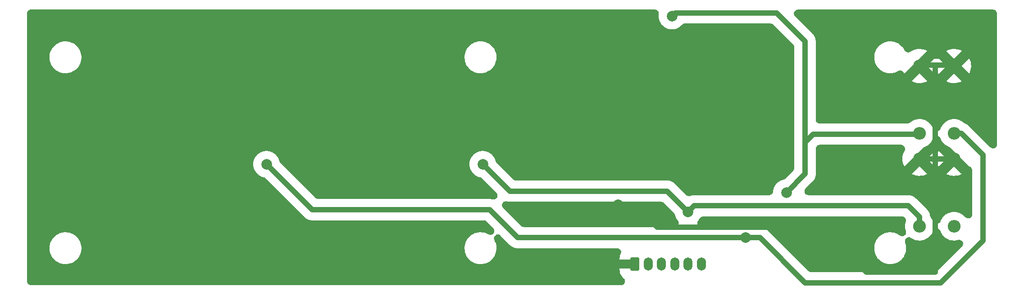
<source format=gbr>
%TF.GenerationSoftware,KiCad,Pcbnew,(6.0.7)*%
%TF.CreationDate,2022-09-07T14:12:01+02:00*%
%TF.ProjectId,Lunchbox_Sampler_FSR_PCB,4c756e63-6862-46f7-985f-53616d706c65,rev?*%
%TF.SameCoordinates,Original*%
%TF.FileFunction,Copper,L2,Bot*%
%TF.FilePolarity,Positive*%
%FSLAX46Y46*%
G04 Gerber Fmt 4.6, Leading zero omitted, Abs format (unit mm)*
G04 Created by KiCad (PCBNEW (6.0.7)) date 2022-09-07 14:12:01*
%MOMM*%
%LPD*%
G01*
G04 APERTURE LIST*
G04 Aperture macros list*
%AMRoundRect*
0 Rectangle with rounded corners*
0 $1 Rounding radius*
0 $2 $3 $4 $5 $6 $7 $8 $9 X,Y pos of 4 corners*
0 Add a 4 corners polygon primitive as box body*
4,1,4,$2,$3,$4,$5,$6,$7,$8,$9,$2,$3,0*
0 Add four circle primitives for the rounded corners*
1,1,$1+$1,$2,$3*
1,1,$1+$1,$4,$5*
1,1,$1+$1,$6,$7*
1,1,$1+$1,$8,$9*
0 Add four rect primitives between the rounded corners*
20,1,$1+$1,$2,$3,$4,$5,0*
20,1,$1+$1,$4,$5,$6,$7,0*
20,1,$1+$1,$6,$7,$8,$9,0*
20,1,$1+$1,$8,$9,$2,$3,0*%
G04 Aperture macros list end*
%TA.AperFunction,ComponentPad*%
%ADD10C,2.400000*%
%TD*%
%TA.AperFunction,ComponentPad*%
%ADD11O,2.400000X2.400000*%
%TD*%
%TA.AperFunction,ComponentPad*%
%ADD12RoundRect,0.250000X-0.600000X-1.000000X0.600000X-1.000000X0.600000X1.000000X-0.600000X1.000000X0*%
%TD*%
%TA.AperFunction,ComponentPad*%
%ADD13O,1.700000X2.500000*%
%TD*%
%TA.AperFunction,ViaPad*%
%ADD14C,2.000000*%
%TD*%
%TA.AperFunction,Conductor*%
%ADD15C,1.000000*%
%TD*%
G04 APERTURE END LIST*
D10*
%TO.P,R4,1*%
%TO.N,GND*%
X210500000Y-136150000D03*
D11*
%TO.P,R4,2*%
%TO.N,Net-(H14-Pad1)*%
X210500000Y-148850000D03*
%TD*%
D10*
%TO.P,R1,1*%
%TO.N,GND*%
X204000000Y-118650000D03*
D11*
%TO.P,R1,2*%
%TO.N,Net-(H13-Pad1)*%
X204000000Y-131350000D03*
%TD*%
D12*
%TO.P,J?3=FSR4;6=FSR1,1,1*%
%TO.N,GND*%
X150500000Y-156000000D03*
D13*
%TO.P,J?3=FSR4;6=FSR1,2,2*%
%TO.N,Net-(H5V1-Pad1)*%
X153000000Y-156000000D03*
%TO.P,J?3=FSR4;6=FSR1,3,3*%
%TO.N,Net-(H14-Pad1)*%
X155500000Y-156000000D03*
%TO.P,J?3=FSR4;6=FSR1,4,4*%
%TO.N,Net-(H13-Pad1)*%
X158000000Y-156000000D03*
%TO.P,J?3=FSR4;6=FSR1,5,5*%
%TO.N,Net-(H12-Pad1)*%
X160500000Y-156000000D03*
%TO.P,J?3=FSR4;6=FSR1,6,6*%
%TO.N,Net-(H11-Pad1)*%
X163000000Y-156000000D03*
%TD*%
D10*
%TO.P,R3,1*%
%TO.N,GND*%
X204000000Y-136150000D03*
D11*
%TO.P,R3,2*%
%TO.N,Net-(H12-Pad1)*%
X204000000Y-148850000D03*
%TD*%
D10*
%TO.P,R2,1*%
%TO.N,GND*%
X210500000Y-118650000D03*
D11*
%TO.P,R2,2*%
%TO.N,Net-(H11-Pad1)*%
X210500000Y-131350000D03*
%TD*%
D14*
%TO.N,Net-(H11-Pad1)*%
X171320000Y-151000000D03*
X81280000Y-137160000D03*
%TO.N,Net-(H12-Pad1)*%
X160500000Y-146160000D03*
X121920000Y-137160000D03*
%TO.N,Net-(H13-Pad1)*%
X157480000Y-109220000D03*
X179000000Y-142500000D03*
%TO.N,GND*%
X147320000Y-144780000D03*
%TD*%
D15*
%TO.N,Net-(H11-Pad1)*%
X81280000Y-137160000D02*
X89849966Y-145729966D01*
X89849966Y-145729966D02*
X123229966Y-145729966D01*
X123229966Y-145729966D02*
X128500000Y-151000000D01*
X128500000Y-151000000D02*
X163000000Y-151000000D01*
%TO.N,Net-(H12-Pad1)*%
X127000000Y-142240000D02*
X156580000Y-142240000D01*
X121920000Y-137160000D02*
X127000000Y-142240000D01*
X156580000Y-142240000D02*
X160500000Y-146160000D01*
%TO.N,Net-(H11-Pad1)*%
X215900000Y-151600000D02*
X215900000Y-135400000D01*
X208000000Y-159500000D02*
X215900000Y-151600000D01*
X163000000Y-151000000D02*
X164000000Y-151000000D01*
X171320000Y-151000000D02*
X174000000Y-151000000D01*
X163000000Y-151000000D02*
X171320000Y-151000000D01*
X174000000Y-151000000D02*
X182500000Y-159500000D01*
X211850000Y-131350000D02*
X210500000Y-131350000D01*
X182500000Y-159500000D02*
X208000000Y-159500000D01*
X215900000Y-135400000D02*
X211850000Y-131350000D01*
%TO.N,Net-(H12-Pad1)*%
X161660000Y-145000000D02*
X201890000Y-145000000D01*
X160500000Y-146160000D02*
X161660000Y-145000000D01*
X204000000Y-147110000D02*
X204000000Y-148850000D01*
X201890000Y-145000000D02*
X204000000Y-147110000D01*
%TO.N,Net-(H13-Pad1)*%
X182500000Y-114000000D02*
X182500000Y-133000000D01*
X158072892Y-108627108D02*
X177127108Y-108627108D01*
X182500000Y-133000000D02*
X184000000Y-131500000D01*
X203850000Y-131500000D02*
X204000000Y-131350000D01*
X157480000Y-109220000D02*
X158072892Y-108627108D01*
X182500000Y-133000000D02*
X182500000Y-139000000D01*
X177127108Y-108627108D02*
X182500000Y-114000000D01*
X182500000Y-139000000D02*
X179000000Y-142500000D01*
X184000000Y-131500000D02*
X203850000Y-131500000D01*
%TO.N,GND*%
X207000000Y-136000000D02*
X206850000Y-136150000D01*
X194000000Y-157500000D02*
X207000000Y-157500000D01*
X150500000Y-144780000D02*
X154720000Y-149000000D01*
X206850000Y-136150000D02*
X204000000Y-136150000D01*
X207000000Y-118500000D02*
X210490000Y-118500000D01*
X206850000Y-136150000D02*
X210500000Y-136150000D01*
X154720000Y-149000000D02*
X185500000Y-149000000D01*
X203990000Y-118500000D02*
X207000000Y-118500000D01*
X185500000Y-149000000D02*
X194000000Y-157500000D01*
X147320000Y-144780000D02*
X150500000Y-144780000D01*
X207000000Y-157500000D02*
X207000000Y-136000000D01*
X207000000Y-118500000D02*
X207000000Y-136000000D01*
%TD*%
%TA.AperFunction,Conductor*%
%TO.N,GND*%
G36*
X154434388Y-108020689D02*
G01*
X154597808Y-108080169D01*
X154743105Y-108175733D01*
X154862447Y-108302228D01*
X154949401Y-108452836D01*
X154999278Y-108619438D01*
X155009390Y-108793050D01*
X155001160Y-108859448D01*
X155001673Y-108859513D01*
X154998724Y-108882855D01*
X154994312Y-108905985D01*
X154974556Y-109220000D01*
X154994312Y-109534015D01*
X155053269Y-109843079D01*
X155150497Y-110142315D01*
X155284463Y-110427007D01*
X155297068Y-110446869D01*
X155297070Y-110446873D01*
X155419577Y-110639913D01*
X155453053Y-110692663D01*
X155524441Y-110778956D01*
X155638600Y-110916951D01*
X155638606Y-110916958D01*
X155653610Y-110935094D01*
X155882970Y-111150478D01*
X156137516Y-111335416D01*
X156413234Y-111486994D01*
X156435111Y-111495656D01*
X156435118Y-111495659D01*
X156683897Y-111594157D01*
X156705775Y-111602819D01*
X156728562Y-111608670D01*
X156728566Y-111608671D01*
X156987726Y-111675212D01*
X156987731Y-111675213D01*
X157010527Y-111681066D01*
X157033879Y-111684016D01*
X157033884Y-111684017D01*
X157299330Y-111717550D01*
X157322682Y-111720500D01*
X157637318Y-111720500D01*
X157660670Y-111717550D01*
X157926116Y-111684017D01*
X157926121Y-111684016D01*
X157949473Y-111681066D01*
X157972269Y-111675213D01*
X157972274Y-111675212D01*
X158231434Y-111608671D01*
X158231438Y-111608670D01*
X158254225Y-111602819D01*
X158276103Y-111594157D01*
X158524882Y-111495659D01*
X158524889Y-111495656D01*
X158546766Y-111486994D01*
X158822484Y-111335416D01*
X159077030Y-111150478D01*
X159306390Y-110935094D01*
X159321399Y-110916951D01*
X159321404Y-110916946D01*
X159336102Y-110899179D01*
X159461761Y-110778956D01*
X159611758Y-110690953D01*
X159778007Y-110639913D01*
X159913217Y-110627608D01*
X175988227Y-110627608D01*
X176160958Y-110647797D01*
X176324378Y-110707277D01*
X176469675Y-110802841D01*
X176517850Y-110846985D01*
X180280123Y-114609257D01*
X180387986Y-114745672D01*
X180461483Y-114903286D01*
X180496650Y-115073600D01*
X180499500Y-115138880D01*
X180499500Y-132976242D01*
X180499477Y-132982122D01*
X180498553Y-133099857D01*
X180498348Y-133125933D01*
X180499357Y-133133444D01*
X180499500Y-133137998D01*
X180499500Y-137861120D01*
X180479311Y-138033851D01*
X180419831Y-138197271D01*
X180324267Y-138342568D01*
X180280123Y-138390743D01*
X178811852Y-139859014D01*
X178675436Y-139966877D01*
X178517823Y-140040374D01*
X178468499Y-140054860D01*
X178248562Y-140111330D01*
X178248558Y-140111331D01*
X178225775Y-140117181D01*
X178203898Y-140125843D01*
X178203897Y-140125843D01*
X177955118Y-140224341D01*
X177955111Y-140224344D01*
X177933234Y-140233006D01*
X177657516Y-140384584D01*
X177638475Y-140398418D01*
X177638472Y-140398420D01*
X177452227Y-140533735D01*
X177402970Y-140569522D01*
X177173610Y-140784906D01*
X177158606Y-140803042D01*
X177158600Y-140803049D01*
X177118597Y-140851405D01*
X176973053Y-141027337D01*
X176804463Y-141292993D01*
X176670497Y-141577685D01*
X176573269Y-141876921D01*
X176514312Y-142185985D01*
X176512834Y-142209482D01*
X176507294Y-142297531D01*
X176476298Y-142468654D01*
X176406674Y-142628016D01*
X176302176Y-142767026D01*
X176168436Y-142878190D01*
X176012665Y-142955515D01*
X175843261Y-142994832D01*
X175759772Y-142999500D01*
X161696714Y-142999500D01*
X161679066Y-142999292D01*
X161565523Y-142996616D01*
X161489179Y-143005652D01*
X161454096Y-143008969D01*
X161377407Y-143014399D01*
X161351523Y-143019972D01*
X161330915Y-143022905D01*
X161310481Y-143026803D01*
X161284186Y-143029915D01*
X161209901Y-143049611D01*
X161175594Y-143057847D01*
X161126354Y-143068448D01*
X161126344Y-143068451D01*
X161100453Y-143074025D01*
X161075608Y-143083191D01*
X161055654Y-143088988D01*
X161035956Y-143095732D01*
X161010348Y-143102522D01*
X160956183Y-143125458D01*
X160789256Y-143174220D01*
X160615580Y-143183171D01*
X160444520Y-143151829D01*
X160285300Y-143081882D01*
X160134503Y-142965369D01*
X158020539Y-140851405D01*
X158008207Y-140838779D01*
X157948079Y-140775748D01*
X157948076Y-140775746D01*
X157929801Y-140756588D01*
X157909011Y-140740199D01*
X157909005Y-140740193D01*
X157869435Y-140708999D01*
X157842244Y-140686505D01*
X157804204Y-140653496D01*
X157784209Y-140636145D01*
X157761965Y-140621783D01*
X157745337Y-140609298D01*
X157728123Y-140597599D01*
X157707320Y-140581199D01*
X157663393Y-140555684D01*
X157640870Y-140542602D01*
X157610776Y-140524160D01*
X157568465Y-140496840D01*
X157568461Y-140496838D01*
X157546211Y-140482471D01*
X157522157Y-140471382D01*
X157503925Y-140461359D01*
X157485241Y-140452206D01*
X157462346Y-140438907D01*
X157437809Y-140428968D01*
X157437802Y-140428965D01*
X157391125Y-140410059D01*
X157358737Y-140396044D01*
X157312978Y-140374949D01*
X157288933Y-140363864D01*
X157263561Y-140356276D01*
X157244111Y-140348927D01*
X157224318Y-140342496D01*
X157199768Y-140332552D01*
X157125185Y-140314026D01*
X157091145Y-140304713D01*
X157084156Y-140302623D01*
X157017510Y-140282691D01*
X156991333Y-140278755D01*
X156971049Y-140274221D01*
X156950519Y-140270638D01*
X156924823Y-140264255D01*
X156898487Y-140261557D01*
X156898478Y-140261555D01*
X156848375Y-140256422D01*
X156813384Y-140252002D01*
X156737358Y-140240572D01*
X156710878Y-140240364D01*
X156710874Y-140240364D01*
X156691754Y-140240214D01*
X156689538Y-140240149D01*
X156683210Y-140239500D01*
X156603758Y-140239500D01*
X156597878Y-140239477D01*
X156473743Y-140238502D01*
X156473731Y-140238502D01*
X156454067Y-140238348D01*
X156446556Y-140239357D01*
X156442002Y-140239500D01*
X128138881Y-140239500D01*
X127966150Y-140219311D01*
X127802730Y-140159831D01*
X127657433Y-140064267D01*
X127609258Y-140020123D01*
X124561683Y-136972549D01*
X124453820Y-136836134D01*
X124380323Y-136678520D01*
X124355572Y-136583270D01*
X124351141Y-136560041D01*
X124346731Y-136536921D01*
X124249503Y-136237685D01*
X124115537Y-135952993D01*
X124102930Y-135933127D01*
X123959563Y-135707216D01*
X123959560Y-135707211D01*
X123946947Y-135687337D01*
X123857640Y-135579384D01*
X123761400Y-135463049D01*
X123761394Y-135463042D01*
X123746390Y-135444906D01*
X123517030Y-135229522D01*
X123262484Y-135044584D01*
X122986766Y-134893006D01*
X122964889Y-134884344D01*
X122964882Y-134884341D01*
X122716103Y-134785843D01*
X122716102Y-134785843D01*
X122694225Y-134777181D01*
X122671438Y-134771330D01*
X122671434Y-134771329D01*
X122412274Y-134704788D01*
X122412269Y-134704787D01*
X122389473Y-134698934D01*
X122366121Y-134695984D01*
X122366116Y-134695983D01*
X122100670Y-134662450D01*
X122077318Y-134659500D01*
X121762682Y-134659500D01*
X121739330Y-134662450D01*
X121473884Y-134695983D01*
X121473879Y-134695984D01*
X121450527Y-134698934D01*
X121427731Y-134704787D01*
X121427726Y-134704788D01*
X121168566Y-134771329D01*
X121168562Y-134771330D01*
X121145775Y-134777181D01*
X121123898Y-134785843D01*
X121123897Y-134785843D01*
X120875118Y-134884341D01*
X120875111Y-134884344D01*
X120853234Y-134893006D01*
X120577516Y-135044584D01*
X120322970Y-135229522D01*
X120093610Y-135444906D01*
X120078606Y-135463042D01*
X120078600Y-135463049D01*
X119982360Y-135579384D01*
X119893053Y-135687337D01*
X119880440Y-135707211D01*
X119880437Y-135707216D01*
X119737070Y-135933127D01*
X119724463Y-135952993D01*
X119590497Y-136237685D01*
X119493269Y-136536921D01*
X119488859Y-136560040D01*
X119488857Y-136560047D01*
X119447697Y-136775818D01*
X119434312Y-136845985D01*
X119414556Y-137160000D01*
X119434312Y-137474015D01*
X119493269Y-137783079D01*
X119590497Y-138082315D01*
X119724463Y-138367007D01*
X119893053Y-138632663D01*
X119982360Y-138740616D01*
X120078600Y-138856951D01*
X120078606Y-138856958D01*
X120093610Y-138875094D01*
X120322970Y-139090478D01*
X120342013Y-139104313D01*
X120342016Y-139104316D01*
X120478555Y-139203517D01*
X120577516Y-139275416D01*
X120853234Y-139426994D01*
X120875111Y-139435656D01*
X120875118Y-139435659D01*
X121108523Y-139528070D01*
X121145775Y-139542819D01*
X121168562Y-139548670D01*
X121168569Y-139548672D01*
X121388495Y-139605139D01*
X121550779Y-139667651D01*
X121694272Y-139765902D01*
X121731850Y-139800985D01*
X124475331Y-142544466D01*
X124583194Y-142680882D01*
X124656691Y-142838495D01*
X124691858Y-143008809D01*
X124686800Y-143182643D01*
X124641789Y-143350624D01*
X124559253Y-143503698D01*
X124443640Y-143633611D01*
X124301184Y-143733360D01*
X124139563Y-143797567D01*
X123967492Y-143822772D01*
X123794247Y-143807615D01*
X123731110Y-143791688D01*
X123667476Y-143772657D01*
X123641299Y-143768721D01*
X123621015Y-143764187D01*
X123600485Y-143760604D01*
X123574789Y-143754221D01*
X123548453Y-143751523D01*
X123548444Y-143751521D01*
X123498341Y-143746388D01*
X123463350Y-143741968D01*
X123387324Y-143730538D01*
X123360844Y-143730330D01*
X123360840Y-143730330D01*
X123341720Y-143730180D01*
X123339504Y-143730115D01*
X123333176Y-143729466D01*
X123253724Y-143729466D01*
X123247844Y-143729443D01*
X123123709Y-143728468D01*
X123123697Y-143728468D01*
X123104033Y-143728314D01*
X123096522Y-143729323D01*
X123091968Y-143729466D01*
X90988847Y-143729466D01*
X90816116Y-143709277D01*
X90652696Y-143649797D01*
X90507399Y-143554233D01*
X90459224Y-143510089D01*
X83921683Y-136972549D01*
X83813820Y-136836134D01*
X83740323Y-136678520D01*
X83715572Y-136583270D01*
X83711141Y-136560041D01*
X83706731Y-136536921D01*
X83609503Y-136237685D01*
X83475537Y-135952993D01*
X83462930Y-135933127D01*
X83319563Y-135707216D01*
X83319560Y-135707211D01*
X83306947Y-135687337D01*
X83217640Y-135579384D01*
X83121400Y-135463049D01*
X83121394Y-135463042D01*
X83106390Y-135444906D01*
X82877030Y-135229522D01*
X82622484Y-135044584D01*
X82346766Y-134893006D01*
X82324889Y-134884344D01*
X82324882Y-134884341D01*
X82076103Y-134785843D01*
X82076102Y-134785843D01*
X82054225Y-134777181D01*
X82031438Y-134771330D01*
X82031434Y-134771329D01*
X81772274Y-134704788D01*
X81772269Y-134704787D01*
X81749473Y-134698934D01*
X81726121Y-134695984D01*
X81726116Y-134695983D01*
X81460670Y-134662450D01*
X81437318Y-134659500D01*
X81122682Y-134659500D01*
X81099330Y-134662450D01*
X80833884Y-134695983D01*
X80833879Y-134695984D01*
X80810527Y-134698934D01*
X80787731Y-134704787D01*
X80787726Y-134704788D01*
X80528566Y-134771329D01*
X80528562Y-134771330D01*
X80505775Y-134777181D01*
X80483898Y-134785843D01*
X80483897Y-134785843D01*
X80235118Y-134884341D01*
X80235111Y-134884344D01*
X80213234Y-134893006D01*
X79937516Y-135044584D01*
X79682970Y-135229522D01*
X79453610Y-135444906D01*
X79438606Y-135463042D01*
X79438600Y-135463049D01*
X79342360Y-135579384D01*
X79253053Y-135687337D01*
X79240440Y-135707211D01*
X79240437Y-135707216D01*
X79097070Y-135933127D01*
X79084463Y-135952993D01*
X78950497Y-136237685D01*
X78853269Y-136536921D01*
X78848859Y-136560040D01*
X78848857Y-136560047D01*
X78807697Y-136775818D01*
X78794312Y-136845985D01*
X78774556Y-137160000D01*
X78794312Y-137474015D01*
X78853269Y-137783079D01*
X78950497Y-138082315D01*
X79084463Y-138367007D01*
X79253053Y-138632663D01*
X79342360Y-138740616D01*
X79438600Y-138856951D01*
X79438606Y-138856958D01*
X79453610Y-138875094D01*
X79682970Y-139090478D01*
X79702013Y-139104313D01*
X79702016Y-139104316D01*
X79838555Y-139203517D01*
X79937516Y-139275416D01*
X80213234Y-139426994D01*
X80235111Y-139435656D01*
X80235118Y-139435659D01*
X80468523Y-139528070D01*
X80505775Y-139542819D01*
X80528558Y-139548669D01*
X80528562Y-139548670D01*
X80748499Y-139605140D01*
X80910782Y-139667652D01*
X81054275Y-139765904D01*
X81091852Y-139800986D01*
X88409427Y-147118561D01*
X88421759Y-147131187D01*
X88472293Y-147184160D01*
X88500165Y-147213378D01*
X88520955Y-147229767D01*
X88520961Y-147229773D01*
X88560531Y-147260967D01*
X88587722Y-147283461D01*
X88645757Y-147333821D01*
X88668001Y-147348183D01*
X88684629Y-147360668D01*
X88701843Y-147372367D01*
X88722646Y-147388767D01*
X88745545Y-147402068D01*
X88745547Y-147402069D01*
X88789096Y-147427364D01*
X88819190Y-147445806D01*
X88861501Y-147473126D01*
X88861505Y-147473128D01*
X88883755Y-147487495D01*
X88907809Y-147498584D01*
X88926041Y-147508607D01*
X88944725Y-147517760D01*
X88967620Y-147531059D01*
X88992157Y-147540998D01*
X88992164Y-147541001D01*
X89038841Y-147559907D01*
X89071227Y-147573921D01*
X89141033Y-147606102D01*
X89166405Y-147613690D01*
X89185855Y-147621039D01*
X89205648Y-147627470D01*
X89230198Y-147637414D01*
X89304781Y-147655940D01*
X89338822Y-147665253D01*
X89412456Y-147687275D01*
X89438633Y-147691211D01*
X89458917Y-147695745D01*
X89479447Y-147699328D01*
X89505143Y-147705711D01*
X89531479Y-147708409D01*
X89531488Y-147708411D01*
X89581591Y-147713544D01*
X89616582Y-147717964D01*
X89692608Y-147729394D01*
X89719088Y-147729602D01*
X89719092Y-147729602D01*
X89738212Y-147729752D01*
X89740428Y-147729817D01*
X89746756Y-147730466D01*
X89826208Y-147730466D01*
X89832088Y-147730489D01*
X89956223Y-147731464D01*
X89956235Y-147731464D01*
X89975899Y-147731618D01*
X89983410Y-147730609D01*
X89987964Y-147730466D01*
X122091085Y-147730466D01*
X122263816Y-147750655D01*
X122427236Y-147810135D01*
X122572533Y-147905699D01*
X122620708Y-147949843D01*
X123873594Y-149202729D01*
X123981457Y-149339145D01*
X124054954Y-149496758D01*
X124090121Y-149667072D01*
X124085063Y-149840906D01*
X124040052Y-150008887D01*
X123957516Y-150161961D01*
X123841903Y-150291874D01*
X123699447Y-150391623D01*
X123537826Y-150455830D01*
X123365755Y-150481035D01*
X123192510Y-150465878D01*
X123027430Y-150411177D01*
X122952626Y-150370983D01*
X122920291Y-150351168D01*
X122606430Y-150205478D01*
X122277903Y-150096828D01*
X122256782Y-150092454D01*
X121960192Y-150031033D01*
X121960189Y-150031033D01*
X121939065Y-150026658D01*
X121917579Y-150024740D01*
X121917576Y-150024740D01*
X121841925Y-150017988D01*
X121634767Y-149999500D01*
X121411811Y-149999500D01*
X121401059Y-150000120D01*
X121401058Y-150000120D01*
X121176083Y-150013092D01*
X121176079Y-150013092D01*
X121154547Y-150014334D01*
X120813672Y-150073826D01*
X120792983Y-150079954D01*
X120792976Y-150079956D01*
X120664532Y-150118003D01*
X120481894Y-150172103D01*
X120462047Y-150180569D01*
X120462040Y-150180571D01*
X120206981Y-150289363D01*
X120163611Y-150307862D01*
X119863041Y-150479304D01*
X119845646Y-150492082D01*
X119601553Y-150671386D01*
X119601548Y-150671390D01*
X119584168Y-150684157D01*
X119568372Y-150698835D01*
X119568369Y-150698838D01*
X119518180Y-150745477D01*
X119330688Y-150919705D01*
X119105962Y-151182826D01*
X118912967Y-151470033D01*
X118903071Y-151489206D01*
X118771884Y-151743375D01*
X118754261Y-151777518D01*
X118631950Y-152101207D01*
X118626693Y-152122136D01*
X118558214Y-152394763D01*
X118547652Y-152436810D01*
X118544835Y-152458205D01*
X118544834Y-152458212D01*
X118505429Y-152757530D01*
X118502487Y-152779876D01*
X118502148Y-152801442D01*
X118502148Y-152801444D01*
X118498703Y-153020689D01*
X118497051Y-153125861D01*
X118531419Y-153470177D01*
X118605133Y-153808261D01*
X118717217Y-154135633D01*
X118726505Y-154155106D01*
X118726508Y-154155113D01*
X118856899Y-154428482D01*
X118866186Y-154447952D01*
X119050064Y-154741079D01*
X119063549Y-154757911D01*
X119063554Y-154757918D01*
X119252925Y-154994291D01*
X119266415Y-155011129D01*
X119512371Y-155254523D01*
X119784672Y-155468034D01*
X120079709Y-155648832D01*
X120393570Y-155794522D01*
X120722097Y-155903172D01*
X120743217Y-155907546D01*
X120743218Y-155907546D01*
X121039808Y-155968967D01*
X121039811Y-155968967D01*
X121060935Y-155973342D01*
X121082421Y-155975260D01*
X121082424Y-155975260D01*
X121157464Y-155981957D01*
X121365233Y-156000500D01*
X121588189Y-156000500D01*
X121613874Y-155999019D01*
X121823917Y-155986908D01*
X121823921Y-155986908D01*
X121845453Y-155985666D01*
X122186328Y-155926174D01*
X122207017Y-155920046D01*
X122207024Y-155920044D01*
X122335468Y-155881997D01*
X122518106Y-155827897D01*
X122537953Y-155819431D01*
X122537960Y-155819429D01*
X122816536Y-155700606D01*
X122836389Y-155692138D01*
X123136959Y-155520696D01*
X123193302Y-155479308D01*
X123398447Y-155328614D01*
X123398452Y-155328610D01*
X123415832Y-155315843D01*
X123669312Y-155080295D01*
X123894038Y-154817174D01*
X124087033Y-154529967D01*
X124125220Y-154455981D01*
X124235844Y-154241654D01*
X124235847Y-154241647D01*
X124245739Y-154222482D01*
X124368050Y-153898793D01*
X124413882Y-153716329D01*
X124447090Y-153584124D01*
X124447091Y-153584119D01*
X124452348Y-153563190D01*
X124455166Y-153541788D01*
X124494697Y-153241517D01*
X124494698Y-153241510D01*
X124497513Y-153220124D01*
X124498211Y-153175733D01*
X124502610Y-152895715D01*
X124502949Y-152874139D01*
X124468581Y-152529823D01*
X124394867Y-152191739D01*
X124373067Y-152128064D01*
X124289775Y-151884789D01*
X124282783Y-151864367D01*
X124273495Y-151844894D01*
X124273492Y-151844887D01*
X124143100Y-151571516D01*
X124143098Y-151571513D01*
X124133814Y-151552048D01*
X124122354Y-151533780D01*
X124115200Y-151520766D01*
X124049679Y-151359674D01*
X124023074Y-151187814D01*
X124036820Y-151014451D01*
X124090176Y-150848931D01*
X124180265Y-150700177D01*
X124302231Y-150576209D01*
X124449498Y-150483710D01*
X124614128Y-150427666D01*
X124787244Y-150411099D01*
X124959514Y-150434902D01*
X125121652Y-150497792D01*
X125264916Y-150596378D01*
X125301178Y-150630312D01*
X127059461Y-152388595D01*
X127071793Y-152401221D01*
X127131917Y-152464248D01*
X127131921Y-152464252D01*
X127150199Y-152483412D01*
X127210571Y-152531005D01*
X127237749Y-152553488D01*
X127295792Y-152603856D01*
X127318044Y-152618224D01*
X127334685Y-152630718D01*
X127351882Y-152642405D01*
X127372680Y-152658801D01*
X127395578Y-152672101D01*
X127439124Y-152697395D01*
X127469208Y-152715831D01*
X127511535Y-152743161D01*
X127511544Y-152743166D01*
X127533790Y-152757530D01*
X127557840Y-152768617D01*
X127576065Y-152778636D01*
X127594757Y-152787793D01*
X127617654Y-152801093D01*
X127642200Y-152811035D01*
X127642202Y-152811036D01*
X127688867Y-152829937D01*
X127721270Y-152843959D01*
X127767012Y-152865047D01*
X127767020Y-152865050D01*
X127791067Y-152876136D01*
X127816441Y-152883724D01*
X127835892Y-152891074D01*
X127855683Y-152897504D01*
X127880232Y-152907448D01*
X127954815Y-152925974D01*
X127988856Y-152935287D01*
X128062490Y-152957309D01*
X128088667Y-152961245D01*
X128108951Y-152965779D01*
X128129481Y-152969362D01*
X128155177Y-152975745D01*
X128181513Y-152978443D01*
X128181522Y-152978445D01*
X128231625Y-152983578D01*
X128266616Y-152987998D01*
X128342642Y-152999428D01*
X128378339Y-152999709D01*
X128388264Y-152999787D01*
X128390458Y-152999852D01*
X128396790Y-153000500D01*
X128476176Y-153000500D01*
X128482060Y-153000523D01*
X128625933Y-153001653D01*
X128633451Y-153000643D01*
X128638009Y-153000500D01*
X147173129Y-153000500D01*
X147345860Y-153020689D01*
X147509280Y-153080169D01*
X147654577Y-153175733D01*
X147773919Y-153302228D01*
X147860873Y-153452836D01*
X147910750Y-153619438D01*
X147920862Y-153793050D01*
X147890663Y-153964316D01*
X147846323Y-154077845D01*
X147823019Y-154125624D01*
X147804287Y-154171526D01*
X147725623Y-154408002D01*
X147713125Y-154455981D01*
X147666245Y-154701738D01*
X147660316Y-154748998D01*
X147650699Y-154906238D01*
X147650000Y-154929113D01*
X147650000Y-155106374D01*
X147654644Y-155146103D01*
X147661448Y-155148140D01*
X147682704Y-155150000D01*
X149900500Y-155150000D01*
X150073231Y-155170189D01*
X150236651Y-155229669D01*
X150381948Y-155325233D01*
X150501290Y-155451728D01*
X150588244Y-155602336D01*
X150638121Y-155768938D01*
X150649500Y-155899000D01*
X150649500Y-156101000D01*
X150629311Y-156273731D01*
X150569831Y-156437151D01*
X150474267Y-156582448D01*
X150347772Y-156701790D01*
X150197164Y-156788744D01*
X150030562Y-156838621D01*
X149900500Y-156850000D01*
X147693626Y-156850000D01*
X147653897Y-156854644D01*
X147651860Y-156861448D01*
X147650000Y-156882704D01*
X147650000Y-157070887D01*
X147650699Y-157093762D01*
X147660316Y-157251002D01*
X147666245Y-157298262D01*
X147713125Y-157544019D01*
X147725623Y-157591998D01*
X147804287Y-157828474D01*
X147823017Y-157874371D01*
X147932268Y-158098365D01*
X147956906Y-158141386D01*
X148094819Y-158348962D01*
X148124931Y-158388347D01*
X148289081Y-158575854D01*
X148324146Y-158610919D01*
X148410986Y-158686942D01*
X148527653Y-158815909D01*
X148611433Y-158968306D01*
X148657810Y-159135915D01*
X148664284Y-159309702D01*
X148630505Y-159480297D01*
X148558294Y-159638503D01*
X148451545Y-159775793D01*
X148316012Y-159884763D01*
X148159003Y-159959541D01*
X147988980Y-159996094D01*
X147917627Y-159999500D01*
X37029500Y-159999500D01*
X36856769Y-159979311D01*
X36693349Y-159919831D01*
X36548052Y-159824267D01*
X36428710Y-159697772D01*
X36341756Y-159547164D01*
X36291879Y-159380562D01*
X36280500Y-159250500D01*
X36280500Y-153125861D01*
X40497051Y-153125861D01*
X40531419Y-153470177D01*
X40605133Y-153808261D01*
X40717217Y-154135633D01*
X40726505Y-154155106D01*
X40726508Y-154155113D01*
X40856899Y-154428482D01*
X40866186Y-154447952D01*
X41050064Y-154741079D01*
X41063549Y-154757911D01*
X41063554Y-154757918D01*
X41252925Y-154994291D01*
X41266415Y-155011129D01*
X41512371Y-155254523D01*
X41784672Y-155468034D01*
X42079709Y-155648832D01*
X42393570Y-155794522D01*
X42722097Y-155903172D01*
X42743217Y-155907546D01*
X42743218Y-155907546D01*
X43039808Y-155968967D01*
X43039811Y-155968967D01*
X43060935Y-155973342D01*
X43082421Y-155975260D01*
X43082424Y-155975260D01*
X43157464Y-155981957D01*
X43365233Y-156000500D01*
X43588189Y-156000500D01*
X43613874Y-155999019D01*
X43823917Y-155986908D01*
X43823921Y-155986908D01*
X43845453Y-155985666D01*
X44186328Y-155926174D01*
X44207017Y-155920046D01*
X44207024Y-155920044D01*
X44335468Y-155881997D01*
X44518106Y-155827897D01*
X44537953Y-155819431D01*
X44537960Y-155819429D01*
X44816536Y-155700606D01*
X44836389Y-155692138D01*
X45136959Y-155520696D01*
X45193302Y-155479308D01*
X45398447Y-155328614D01*
X45398452Y-155328610D01*
X45415832Y-155315843D01*
X45669312Y-155080295D01*
X45894038Y-154817174D01*
X46087033Y-154529967D01*
X46125220Y-154455981D01*
X46235844Y-154241654D01*
X46235847Y-154241647D01*
X46245739Y-154222482D01*
X46368050Y-153898793D01*
X46413882Y-153716329D01*
X46447090Y-153584124D01*
X46447091Y-153584119D01*
X46452348Y-153563190D01*
X46455166Y-153541788D01*
X46494697Y-153241517D01*
X46494698Y-153241510D01*
X46497513Y-153220124D01*
X46498211Y-153175733D01*
X46502610Y-152895715D01*
X46502949Y-152874139D01*
X46468581Y-152529823D01*
X46394867Y-152191739D01*
X46373067Y-152128064D01*
X46289775Y-151884789D01*
X46282783Y-151864367D01*
X46273495Y-151844894D01*
X46273492Y-151844887D01*
X46143101Y-151571518D01*
X46143099Y-151571514D01*
X46133814Y-151552048D01*
X45949936Y-151258921D01*
X45936451Y-151242089D01*
X45936446Y-151242082D01*
X45747075Y-151005709D01*
X45747073Y-151005707D01*
X45733585Y-150988871D01*
X45487629Y-150745477D01*
X45215328Y-150531966D01*
X45018090Y-150411099D01*
X44938697Y-150362447D01*
X44938690Y-150362443D01*
X44920291Y-150351168D01*
X44606430Y-150205478D01*
X44277903Y-150096828D01*
X44256782Y-150092454D01*
X43960192Y-150031033D01*
X43960189Y-150031033D01*
X43939065Y-150026658D01*
X43917579Y-150024740D01*
X43917576Y-150024740D01*
X43841925Y-150017988D01*
X43634767Y-149999500D01*
X43411811Y-149999500D01*
X43401059Y-150000120D01*
X43401058Y-150000120D01*
X43176083Y-150013092D01*
X43176079Y-150013092D01*
X43154547Y-150014334D01*
X42813672Y-150073826D01*
X42792983Y-150079954D01*
X42792976Y-150079956D01*
X42664532Y-150118003D01*
X42481894Y-150172103D01*
X42462047Y-150180569D01*
X42462040Y-150180571D01*
X42206981Y-150289363D01*
X42163611Y-150307862D01*
X41863041Y-150479304D01*
X41845646Y-150492082D01*
X41601553Y-150671386D01*
X41601548Y-150671390D01*
X41584168Y-150684157D01*
X41568372Y-150698835D01*
X41568369Y-150698838D01*
X41518180Y-150745477D01*
X41330688Y-150919705D01*
X41105962Y-151182826D01*
X40912967Y-151470033D01*
X40903071Y-151489206D01*
X40771884Y-151743375D01*
X40754261Y-151777518D01*
X40631950Y-152101207D01*
X40626693Y-152122136D01*
X40558214Y-152394763D01*
X40547652Y-152436810D01*
X40544835Y-152458205D01*
X40544834Y-152458212D01*
X40505429Y-152757530D01*
X40502487Y-152779876D01*
X40502148Y-152801442D01*
X40502148Y-152801444D01*
X40498703Y-153020689D01*
X40497051Y-153125861D01*
X36280500Y-153125861D01*
X36280500Y-117125861D01*
X40497051Y-117125861D01*
X40531419Y-117470177D01*
X40605133Y-117808261D01*
X40612122Y-117828674D01*
X40612123Y-117828678D01*
X40657279Y-117960567D01*
X40717217Y-118135633D01*
X40726505Y-118155106D01*
X40726508Y-118155113D01*
X40782313Y-118272109D01*
X40866186Y-118447952D01*
X41050064Y-118741079D01*
X41063549Y-118757911D01*
X41063554Y-118757918D01*
X41124171Y-118833580D01*
X41266415Y-119011129D01*
X41512371Y-119254523D01*
X41784672Y-119468034D01*
X42079709Y-119648832D01*
X42393570Y-119794522D01*
X42722097Y-119903172D01*
X42743217Y-119907546D01*
X42743218Y-119907546D01*
X43039808Y-119968967D01*
X43039811Y-119968967D01*
X43060935Y-119973342D01*
X43082421Y-119975260D01*
X43082424Y-119975260D01*
X43126527Y-119979196D01*
X43365233Y-120000500D01*
X43588189Y-120000500D01*
X43613874Y-119999019D01*
X43823917Y-119986908D01*
X43823921Y-119986908D01*
X43845453Y-119985666D01*
X44186328Y-119926174D01*
X44207017Y-119920046D01*
X44207024Y-119920044D01*
X44335468Y-119881997D01*
X44518106Y-119827897D01*
X44537953Y-119819431D01*
X44537960Y-119819429D01*
X44816536Y-119700606D01*
X44836389Y-119692138D01*
X45136959Y-119520696D01*
X45193302Y-119479308D01*
X45398447Y-119328614D01*
X45398452Y-119328610D01*
X45415832Y-119315843D01*
X45669312Y-119080295D01*
X45894038Y-118817174D01*
X46087033Y-118529967D01*
X46119933Y-118466225D01*
X46235844Y-118241654D01*
X46235847Y-118241647D01*
X46245739Y-118222482D01*
X46368050Y-117898793D01*
X46452348Y-117563190D01*
X46461817Y-117491266D01*
X46494697Y-117241517D01*
X46494698Y-117241510D01*
X46497513Y-117220124D01*
X46498994Y-117125861D01*
X118497051Y-117125861D01*
X118531419Y-117470177D01*
X118605133Y-117808261D01*
X118612122Y-117828674D01*
X118612123Y-117828678D01*
X118657279Y-117960567D01*
X118717217Y-118135633D01*
X118726505Y-118155106D01*
X118726508Y-118155113D01*
X118782313Y-118272109D01*
X118866186Y-118447952D01*
X119050064Y-118741079D01*
X119063549Y-118757911D01*
X119063554Y-118757918D01*
X119124171Y-118833580D01*
X119266415Y-119011129D01*
X119512371Y-119254523D01*
X119784672Y-119468034D01*
X120079709Y-119648832D01*
X120393570Y-119794522D01*
X120722097Y-119903172D01*
X120743217Y-119907546D01*
X120743218Y-119907546D01*
X121039808Y-119968967D01*
X121039811Y-119968967D01*
X121060935Y-119973342D01*
X121082421Y-119975260D01*
X121082424Y-119975260D01*
X121126527Y-119979196D01*
X121365233Y-120000500D01*
X121588189Y-120000500D01*
X121613874Y-119999019D01*
X121823917Y-119986908D01*
X121823921Y-119986908D01*
X121845453Y-119985666D01*
X122186328Y-119926174D01*
X122207017Y-119920046D01*
X122207024Y-119920044D01*
X122335468Y-119881997D01*
X122518106Y-119827897D01*
X122537953Y-119819431D01*
X122537960Y-119819429D01*
X122816536Y-119700606D01*
X122836389Y-119692138D01*
X123136959Y-119520696D01*
X123193302Y-119479308D01*
X123398447Y-119328614D01*
X123398452Y-119328610D01*
X123415832Y-119315843D01*
X123669312Y-119080295D01*
X123894038Y-118817174D01*
X124087033Y-118529967D01*
X124119933Y-118466225D01*
X124235844Y-118241654D01*
X124235847Y-118241647D01*
X124245739Y-118222482D01*
X124368050Y-117898793D01*
X124452348Y-117563190D01*
X124461817Y-117491266D01*
X124494697Y-117241517D01*
X124494698Y-117241510D01*
X124497513Y-117220124D01*
X124502949Y-116874139D01*
X124468581Y-116529823D01*
X124394867Y-116191739D01*
X124282783Y-115864367D01*
X124273495Y-115844894D01*
X124273492Y-115844887D01*
X124143101Y-115571518D01*
X124143099Y-115571514D01*
X124133814Y-115552048D01*
X123949936Y-115258921D01*
X123936451Y-115242089D01*
X123936446Y-115242082D01*
X123747075Y-115005709D01*
X123747073Y-115005707D01*
X123733585Y-114988871D01*
X123487629Y-114745477D01*
X123215328Y-114531966D01*
X122920291Y-114351168D01*
X122606430Y-114205478D01*
X122277903Y-114096828D01*
X122256782Y-114092454D01*
X121960192Y-114031033D01*
X121960189Y-114031033D01*
X121939065Y-114026658D01*
X121917579Y-114024740D01*
X121917576Y-114024740D01*
X121841925Y-114017988D01*
X121634767Y-113999500D01*
X121411811Y-113999500D01*
X121401059Y-114000120D01*
X121401058Y-114000120D01*
X121176083Y-114013092D01*
X121176079Y-114013092D01*
X121154547Y-114014334D01*
X120813672Y-114073826D01*
X120792983Y-114079954D01*
X120792976Y-114079956D01*
X120664532Y-114118003D01*
X120481894Y-114172103D01*
X120462047Y-114180569D01*
X120462040Y-114180571D01*
X120189327Y-114296893D01*
X120163611Y-114307862D01*
X119863041Y-114479304D01*
X119845646Y-114492082D01*
X119601553Y-114671386D01*
X119601548Y-114671390D01*
X119584168Y-114684157D01*
X119330688Y-114919705D01*
X119105962Y-115182826D01*
X118912967Y-115470033D01*
X118903071Y-115489206D01*
X118772513Y-115742156D01*
X118754261Y-115777518D01*
X118631950Y-116101207D01*
X118547652Y-116436810D01*
X118544835Y-116458205D01*
X118544834Y-116458212D01*
X118535407Y-116529823D01*
X118502487Y-116779876D01*
X118497051Y-117125861D01*
X46498994Y-117125861D01*
X46502949Y-116874139D01*
X46468581Y-116529823D01*
X46394867Y-116191739D01*
X46282783Y-115864367D01*
X46273495Y-115844894D01*
X46273492Y-115844887D01*
X46143101Y-115571518D01*
X46143099Y-115571514D01*
X46133814Y-115552048D01*
X45949936Y-115258921D01*
X45936451Y-115242089D01*
X45936446Y-115242082D01*
X45747075Y-115005709D01*
X45747073Y-115005707D01*
X45733585Y-114988871D01*
X45487629Y-114745477D01*
X45215328Y-114531966D01*
X44920291Y-114351168D01*
X44606430Y-114205478D01*
X44277903Y-114096828D01*
X44256782Y-114092454D01*
X43960192Y-114031033D01*
X43960189Y-114031033D01*
X43939065Y-114026658D01*
X43917579Y-114024740D01*
X43917576Y-114024740D01*
X43841925Y-114017988D01*
X43634767Y-113999500D01*
X43411811Y-113999500D01*
X43401059Y-114000120D01*
X43401058Y-114000120D01*
X43176083Y-114013092D01*
X43176079Y-114013092D01*
X43154547Y-114014334D01*
X42813672Y-114073826D01*
X42792983Y-114079954D01*
X42792976Y-114079956D01*
X42664532Y-114118003D01*
X42481894Y-114172103D01*
X42462047Y-114180569D01*
X42462040Y-114180571D01*
X42189327Y-114296893D01*
X42163611Y-114307862D01*
X41863041Y-114479304D01*
X41845646Y-114492082D01*
X41601553Y-114671386D01*
X41601548Y-114671390D01*
X41584168Y-114684157D01*
X41330688Y-114919705D01*
X41105962Y-115182826D01*
X40912967Y-115470033D01*
X40903071Y-115489206D01*
X40772513Y-115742156D01*
X40754261Y-115777518D01*
X40631950Y-116101207D01*
X40547652Y-116436810D01*
X40544835Y-116458205D01*
X40544834Y-116458212D01*
X40535407Y-116529823D01*
X40502487Y-116779876D01*
X40497051Y-117125861D01*
X36280500Y-117125861D01*
X36280500Y-108749500D01*
X36300689Y-108576769D01*
X36360169Y-108413349D01*
X36455733Y-108268052D01*
X36582228Y-108148710D01*
X36732836Y-108061756D01*
X36899438Y-108011879D01*
X37029500Y-108000500D01*
X154261657Y-108000500D01*
X154434388Y-108020689D01*
G37*
%TD.AperFunction*%
%TA.AperFunction,Conductor*%
G36*
X200903139Y-147020689D02*
G01*
X201066559Y-147080169D01*
X201211856Y-147175733D01*
X201331198Y-147302228D01*
X201418152Y-147452836D01*
X201468029Y-147619438D01*
X201478141Y-147793050D01*
X201443352Y-147979090D01*
X201386474Y-148155712D01*
X201386470Y-148155726D01*
X201379560Y-148177185D01*
X201317709Y-148496870D01*
X201294712Y-148821669D01*
X201295833Y-148844188D01*
X201295833Y-148844192D01*
X201297844Y-148884584D01*
X201310902Y-149146879D01*
X201314721Y-149169106D01*
X201314722Y-149169112D01*
X201325391Y-149231199D01*
X201366045Y-149467789D01*
X201372511Y-149489409D01*
X201372511Y-149489410D01*
X201458786Y-149777893D01*
X201488935Y-149949167D01*
X201478773Y-150122777D01*
X201428848Y-150289363D01*
X201341850Y-150439946D01*
X201222471Y-150566407D01*
X201077146Y-150661928D01*
X200913710Y-150721361D01*
X200740973Y-150741500D01*
X200568247Y-150721260D01*
X200404845Y-150661733D01*
X200279029Y-150581913D01*
X200232315Y-150545284D01*
X200232298Y-150545272D01*
X200215328Y-150531966D01*
X200018090Y-150411099D01*
X199938697Y-150362447D01*
X199938690Y-150362443D01*
X199920291Y-150351168D01*
X199606430Y-150205478D01*
X199277903Y-150096828D01*
X199256782Y-150092454D01*
X198960192Y-150031033D01*
X198960189Y-150031033D01*
X198939065Y-150026658D01*
X198917579Y-150024740D01*
X198917576Y-150024740D01*
X198841925Y-150017988D01*
X198634767Y-149999500D01*
X198411811Y-149999500D01*
X198401059Y-150000120D01*
X198401058Y-150000120D01*
X198176083Y-150013092D01*
X198176079Y-150013092D01*
X198154547Y-150014334D01*
X197813672Y-150073826D01*
X197792983Y-150079954D01*
X197792976Y-150079956D01*
X197664532Y-150118003D01*
X197481894Y-150172103D01*
X197462047Y-150180569D01*
X197462040Y-150180571D01*
X197206981Y-150289363D01*
X197163611Y-150307862D01*
X196863041Y-150479304D01*
X196845646Y-150492082D01*
X196601553Y-150671386D01*
X196601548Y-150671390D01*
X196584168Y-150684157D01*
X196568372Y-150698835D01*
X196568369Y-150698838D01*
X196518180Y-150745477D01*
X196330688Y-150919705D01*
X196105962Y-151182826D01*
X195912967Y-151470033D01*
X195903071Y-151489206D01*
X195771884Y-151743375D01*
X195754261Y-151777518D01*
X195631950Y-152101207D01*
X195626693Y-152122136D01*
X195558214Y-152394763D01*
X195547652Y-152436810D01*
X195544835Y-152458205D01*
X195544834Y-152458212D01*
X195505429Y-152757530D01*
X195502487Y-152779876D01*
X195502148Y-152801442D01*
X195502148Y-152801444D01*
X195498703Y-153020689D01*
X195497051Y-153125861D01*
X195531419Y-153470177D01*
X195605133Y-153808261D01*
X195717217Y-154135633D01*
X195726505Y-154155106D01*
X195726508Y-154155113D01*
X195856899Y-154428482D01*
X195866186Y-154447952D01*
X196050064Y-154741079D01*
X196063549Y-154757911D01*
X196063554Y-154757918D01*
X196252925Y-154994291D01*
X196266415Y-155011129D01*
X196512371Y-155254523D01*
X196784672Y-155468034D01*
X197079709Y-155648832D01*
X197393570Y-155794522D01*
X197722097Y-155903172D01*
X197743217Y-155907546D01*
X197743218Y-155907546D01*
X198039808Y-155968967D01*
X198039811Y-155968967D01*
X198060935Y-155973342D01*
X198082421Y-155975260D01*
X198082424Y-155975260D01*
X198157464Y-155981957D01*
X198365233Y-156000500D01*
X198588189Y-156000500D01*
X198613874Y-155999019D01*
X198823917Y-155986908D01*
X198823921Y-155986908D01*
X198845453Y-155985666D01*
X199186328Y-155926174D01*
X199207017Y-155920046D01*
X199207024Y-155920044D01*
X199335468Y-155881997D01*
X199518106Y-155827897D01*
X199537953Y-155819431D01*
X199537960Y-155819429D01*
X199816536Y-155700606D01*
X199836389Y-155692138D01*
X200136959Y-155520696D01*
X200193302Y-155479308D01*
X200398447Y-155328614D01*
X200398452Y-155328610D01*
X200415832Y-155315843D01*
X200669312Y-155080295D01*
X200894038Y-154817174D01*
X201087033Y-154529967D01*
X201125220Y-154455981D01*
X201235844Y-154241654D01*
X201235847Y-154241647D01*
X201245739Y-154222482D01*
X201368050Y-153898793D01*
X201413882Y-153716329D01*
X201447090Y-153584124D01*
X201447091Y-153584119D01*
X201452348Y-153563190D01*
X201455166Y-153541788D01*
X201494697Y-153241517D01*
X201494698Y-153241510D01*
X201497513Y-153220124D01*
X201498211Y-153175733D01*
X201502610Y-152895715D01*
X201502949Y-152874139D01*
X201468581Y-152529823D01*
X201394867Y-152191739D01*
X201299546Y-151913327D01*
X201262697Y-151743375D01*
X201266036Y-151569500D01*
X201309383Y-151401081D01*
X201390401Y-151247199D01*
X201504724Y-151116149D01*
X201646187Y-151014996D01*
X201807164Y-150949193D01*
X201978977Y-150922288D01*
X202152364Y-150935731D01*
X202317977Y-150988797D01*
X202430992Y-151053826D01*
X202432792Y-151055276D01*
X202709078Y-151227583D01*
X202729499Y-151237127D01*
X202729506Y-151237131D01*
X202983627Y-151355900D01*
X203004063Y-151365451D01*
X203025496Y-151372477D01*
X203292040Y-151459855D01*
X203292046Y-151459857D01*
X203313474Y-151466881D01*
X203335594Y-151471281D01*
X203335598Y-151471282D01*
X203415393Y-151487154D01*
X203632830Y-151530405D01*
X203655335Y-151532117D01*
X203655336Y-151532117D01*
X203677133Y-151533775D01*
X203957505Y-151555102D01*
X203980050Y-151554098D01*
X203980052Y-151554098D01*
X204182139Y-151545098D01*
X204282795Y-151540615D01*
X204305045Y-151536912D01*
X204305051Y-151536911D01*
X204442697Y-151514000D01*
X204603989Y-151487154D01*
X204916434Y-151395493D01*
X204937159Y-151386589D01*
X205194871Y-151275867D01*
X205194876Y-151275864D01*
X205215604Y-151266959D01*
X205497165Y-151103415D01*
X205718783Y-150936111D01*
X205739037Y-150920821D01*
X205739039Y-150920820D01*
X205757040Y-150907230D01*
X205991464Y-150681245D01*
X206197040Y-150428733D01*
X206342176Y-150198708D01*
X206358750Y-150172440D01*
X206358753Y-150172435D01*
X206370792Y-150153354D01*
X206510202Y-149859095D01*
X206537999Y-149775777D01*
X206611817Y-149618313D01*
X206719958Y-149482118D01*
X206856593Y-149374532D01*
X207014355Y-149301357D01*
X207184741Y-149266537D01*
X207358564Y-149271949D01*
X207526453Y-149317301D01*
X207679358Y-149400149D01*
X207809036Y-149516026D01*
X207908494Y-149658686D01*
X207951883Y-149755419D01*
X207952878Y-149758137D01*
X207959341Y-149779749D01*
X208089439Y-150078242D01*
X208133595Y-150153354D01*
X208230712Y-150318555D01*
X208254455Y-150358944D01*
X208268133Y-150376866D01*
X208268136Y-150376871D01*
X208321062Y-150446220D01*
X208451998Y-150617788D01*
X208679208Y-150851025D01*
X208932792Y-151055276D01*
X209209078Y-151227583D01*
X209229499Y-151237127D01*
X209229506Y-151237131D01*
X209483627Y-151355900D01*
X209504063Y-151365451D01*
X209525496Y-151372477D01*
X209792040Y-151459855D01*
X209792046Y-151459857D01*
X209813474Y-151466881D01*
X209835594Y-151471281D01*
X209835598Y-151471282D01*
X209915393Y-151487154D01*
X210132830Y-151530405D01*
X210155335Y-151532117D01*
X210155336Y-151532117D01*
X210177133Y-151533775D01*
X210457505Y-151555102D01*
X210480050Y-151554098D01*
X210480052Y-151554098D01*
X210682139Y-151545098D01*
X210782795Y-151540615D01*
X210805045Y-151536912D01*
X210805051Y-151536911D01*
X210942697Y-151514000D01*
X211103989Y-151487154D01*
X211162350Y-151470033D01*
X211232654Y-151449408D01*
X211404084Y-151420157D01*
X211577638Y-151431228D01*
X211743961Y-151482026D01*
X211894086Y-151569811D01*
X212019920Y-151689850D01*
X212114679Y-151835674D01*
X212173254Y-151999419D01*
X212192489Y-152172260D01*
X212171345Y-152344877D01*
X212110962Y-152507965D01*
X212014597Y-152652731D01*
X211973123Y-152697742D01*
X207390743Y-157280123D01*
X207254328Y-157387986D01*
X207096714Y-157461483D01*
X206926400Y-157496650D01*
X206861120Y-157499500D01*
X183638880Y-157499500D01*
X183466149Y-157479311D01*
X183302729Y-157419831D01*
X183157432Y-157324267D01*
X183109257Y-157280123D01*
X175440539Y-149611405D01*
X175428207Y-149598779D01*
X175368079Y-149535748D01*
X175368076Y-149535746D01*
X175349801Y-149516588D01*
X175329011Y-149500199D01*
X175329005Y-149500193D01*
X175289435Y-149468999D01*
X175262244Y-149446505D01*
X175224204Y-149413496D01*
X175204209Y-149396145D01*
X175181965Y-149381783D01*
X175165337Y-149369298D01*
X175148123Y-149357599D01*
X175127320Y-149341199D01*
X175060870Y-149302602D01*
X175030776Y-149284160D01*
X174988465Y-149256840D01*
X174988461Y-149256838D01*
X174966211Y-149242471D01*
X174942157Y-149231382D01*
X174923925Y-149221359D01*
X174905241Y-149212206D01*
X174882346Y-149198907D01*
X174857809Y-149188968D01*
X174857802Y-149188965D01*
X174811125Y-149170059D01*
X174778737Y-149156044D01*
X174708933Y-149123864D01*
X174683561Y-149116276D01*
X174664111Y-149108927D01*
X174644318Y-149102496D01*
X174619768Y-149092552D01*
X174545185Y-149074026D01*
X174511145Y-149064713D01*
X174504156Y-149062623D01*
X174437510Y-149042691D01*
X174411333Y-149038755D01*
X174391049Y-149034221D01*
X174370519Y-149030638D01*
X174344823Y-149024255D01*
X174318487Y-149021557D01*
X174318478Y-149021555D01*
X174268375Y-149016422D01*
X174233384Y-149012002D01*
X174157358Y-149000572D01*
X174130878Y-149000364D01*
X174130874Y-149000364D01*
X174111754Y-149000214D01*
X174109538Y-149000149D01*
X174103210Y-148999500D01*
X174023758Y-148999500D01*
X174017878Y-148999477D01*
X173893743Y-148998502D01*
X173893731Y-148998502D01*
X173874067Y-148998348D01*
X173866556Y-148999357D01*
X173862002Y-148999500D01*
X173058410Y-148999500D01*
X172885679Y-148979311D01*
X172722259Y-148919831D01*
X172671122Y-148890860D01*
X172662484Y-148884584D01*
X172386766Y-148733006D01*
X172364889Y-148724344D01*
X172364882Y-148724341D01*
X172116103Y-148625843D01*
X172116102Y-148625843D01*
X172094225Y-148617181D01*
X172071438Y-148611330D01*
X172071434Y-148611329D01*
X171812274Y-148544788D01*
X171812269Y-148544787D01*
X171789473Y-148538934D01*
X171766121Y-148535984D01*
X171766116Y-148535983D01*
X171500670Y-148502450D01*
X171477318Y-148499500D01*
X171162682Y-148499500D01*
X171139330Y-148502450D01*
X170873884Y-148535983D01*
X170873879Y-148535984D01*
X170850527Y-148538934D01*
X170827731Y-148544787D01*
X170827726Y-148544788D01*
X170568566Y-148611329D01*
X170568562Y-148611330D01*
X170545775Y-148617181D01*
X170523898Y-148625843D01*
X170523897Y-148625843D01*
X170275118Y-148724341D01*
X170275111Y-148724344D01*
X170253234Y-148733006D01*
X169977516Y-148884584D01*
X169973733Y-148887332D01*
X169826258Y-148958411D01*
X169656408Y-148995754D01*
X169581590Y-148999500D01*
X162987907Y-148999500D01*
X162815176Y-148979311D01*
X162651756Y-148919831D01*
X162506459Y-148824267D01*
X162387117Y-148697772D01*
X162300163Y-148547164D01*
X162250286Y-148380562D01*
X162240174Y-148206950D01*
X162270373Y-148035684D01*
X162339254Y-147876000D01*
X162410793Y-147773069D01*
X162511938Y-147650806D01*
X162511940Y-147650804D01*
X162526947Y-147632663D01*
X162543804Y-147606102D01*
X162695537Y-147367007D01*
X162696802Y-147367810D01*
X162782851Y-147247026D01*
X162913702Y-147132475D01*
X163067442Y-147051189D01*
X163235785Y-147007548D01*
X163338297Y-147000500D01*
X200730408Y-147000500D01*
X200903139Y-147020689D01*
G37*
%TD.AperFunction*%
%TA.AperFunction,Conductor*%
G36*
X126435717Y-144162350D02*
G01*
X126498867Y-144178281D01*
X126562490Y-144197309D01*
X126588667Y-144201245D01*
X126608951Y-144205779D01*
X126629481Y-144209362D01*
X126655177Y-144215745D01*
X126681513Y-144218443D01*
X126681522Y-144218445D01*
X126731625Y-144223578D01*
X126766616Y-144227998D01*
X126842642Y-144239428D01*
X126869122Y-144239636D01*
X126869126Y-144239636D01*
X126888246Y-144239786D01*
X126890462Y-144239851D01*
X126896790Y-144240500D01*
X126976242Y-144240500D01*
X126982122Y-144240523D01*
X127106257Y-144241498D01*
X127106269Y-144241498D01*
X127125933Y-144241652D01*
X127133444Y-144240643D01*
X127137998Y-144240500D01*
X155441119Y-144240500D01*
X155613850Y-144260689D01*
X155777270Y-144320169D01*
X155922567Y-144415733D01*
X155970742Y-144459877D01*
X157858317Y-146347451D01*
X157966180Y-146483866D01*
X158039677Y-146641480D01*
X158064426Y-146736723D01*
X158073269Y-146783079D01*
X158080544Y-146805469D01*
X158160384Y-147051189D01*
X158170497Y-147082315D01*
X158180519Y-147103612D01*
X158180519Y-147103613D01*
X158208716Y-147163535D01*
X158304463Y-147367007D01*
X158317068Y-147386869D01*
X158317070Y-147386873D01*
X158456197Y-147606102D01*
X158473053Y-147632663D01*
X158488060Y-147650804D01*
X158488062Y-147650806D01*
X158589207Y-147773069D01*
X158683754Y-147919030D01*
X158742092Y-148082861D01*
X158761075Y-148255729D01*
X158739680Y-148428315D01*
X158679061Y-148591315D01*
X158582485Y-148735942D01*
X158455160Y-148854398D01*
X158303948Y-148940298D01*
X158137003Y-148989011D01*
X158012093Y-148999500D01*
X129638880Y-148999500D01*
X129466149Y-148979311D01*
X129302729Y-148919831D01*
X129157432Y-148824267D01*
X129109257Y-148780123D01*
X125754633Y-145425499D01*
X125646770Y-145289083D01*
X125573273Y-145131470D01*
X125538106Y-144961156D01*
X125543164Y-144787322D01*
X125588175Y-144619341D01*
X125670711Y-144466267D01*
X125786324Y-144336354D01*
X125928780Y-144236605D01*
X126090401Y-144172398D01*
X126262472Y-144147193D01*
X126435717Y-144162350D01*
G37*
%TD.AperFunction*%
%TA.AperFunction,Conductor*%
G36*
X207358564Y-131771949D02*
G01*
X207526453Y-131817301D01*
X207679358Y-131900149D01*
X207809036Y-132016026D01*
X207908494Y-132158686D01*
X207951883Y-132255419D01*
X207952878Y-132258137D01*
X207959341Y-132279749D01*
X208089439Y-132578242D01*
X208254455Y-132858944D01*
X208268133Y-132876866D01*
X208268136Y-132876871D01*
X208307716Y-132928733D01*
X208451998Y-133117788D01*
X208679208Y-133351025D01*
X208932792Y-133555276D01*
X209209078Y-133727583D01*
X209229499Y-133737127D01*
X209229506Y-133737131D01*
X209483627Y-133855900D01*
X209504063Y-133865451D01*
X209525495Y-133872477D01*
X209546474Y-133880783D01*
X209545806Y-133882470D01*
X209678879Y-133944005D01*
X209817338Y-134053124D01*
X213328585Y-137564371D01*
X213362109Y-137590878D01*
X213415702Y-137615869D01*
X213467035Y-137632879D01*
X213615051Y-137724174D01*
X213738023Y-137847144D01*
X213829322Y-137995159D01*
X213884025Y-138160238D01*
X213899500Y-138311706D01*
X213899500Y-146639357D01*
X213879311Y-146812088D01*
X213819831Y-146975508D01*
X213724267Y-147120805D01*
X213597772Y-147240147D01*
X213447164Y-147327101D01*
X213280562Y-147376978D01*
X213106950Y-147387090D01*
X212935684Y-147356891D01*
X212776000Y-147288010D01*
X212636505Y-147184160D01*
X212559878Y-147099973D01*
X212529377Y-147060863D01*
X212390905Y-146921664D01*
X212315650Y-146846013D01*
X212315645Y-146846009D01*
X212299738Y-146830018D01*
X212044029Y-146628433D01*
X211765954Y-146459029D01*
X211745421Y-146449693D01*
X211745415Y-146449690D01*
X211490085Y-146333598D01*
X211490080Y-146333596D01*
X211469542Y-146324258D01*
X211159085Y-146226073D01*
X211073222Y-146209927D01*
X210861248Y-146170065D01*
X210861241Y-146170064D01*
X210839081Y-146165897D01*
X210514166Y-146144601D01*
X210491635Y-146145841D01*
X210491634Y-146145841D01*
X210211570Y-146161254D01*
X210211564Y-146161255D01*
X210189045Y-146162494D01*
X210108368Y-146176792D01*
X209890631Y-146215380D01*
X209890627Y-146215381D01*
X209868429Y-146219315D01*
X209556961Y-146314244D01*
X209536337Y-146323362D01*
X209536331Y-146323364D01*
X209386533Y-146389589D01*
X209259153Y-146445903D01*
X209075339Y-146555260D01*
X209039884Y-146576354D01*
X208979319Y-146612386D01*
X208961461Y-146626163D01*
X208961460Y-146626164D01*
X208760889Y-146780904D01*
X208721513Y-146811282D01*
X208489469Y-147039710D01*
X208286548Y-147294360D01*
X208115690Y-147571544D01*
X208106249Y-147592023D01*
X208106248Y-147592025D01*
X208022786Y-147773069D01*
X207979369Y-147867247D01*
X207972460Y-147888702D01*
X207972454Y-147888717D01*
X207963652Y-147916050D01*
X207891486Y-148074277D01*
X207784775Y-148211596D01*
X207649273Y-148320605D01*
X207492285Y-148395426D01*
X207322273Y-148432026D01*
X207148402Y-148428433D01*
X206980048Y-148384839D01*
X206826285Y-148303595D01*
X206695402Y-148189081D01*
X206594457Y-148047469D01*
X206546969Y-147935770D01*
X206545449Y-147936345D01*
X206537472Y-147915235D01*
X206530784Y-147893696D01*
X206518925Y-147867247D01*
X206406802Y-147617178D01*
X206406799Y-147617173D01*
X206397567Y-147596582D01*
X206229621Y-147317624D01*
X206136935Y-147198778D01*
X206046631Y-147050155D01*
X205993035Y-146884712D01*
X205987268Y-146850944D01*
X205985601Y-146827407D01*
X205980027Y-146801516D01*
X205977093Y-146780904D01*
X205973197Y-146760480D01*
X205970085Y-146734186D01*
X205950389Y-146659901D01*
X205942153Y-146625594D01*
X205931552Y-146576354D01*
X205931549Y-146576344D01*
X205925975Y-146550453D01*
X205916809Y-146525608D01*
X205911012Y-146505654D01*
X205904268Y-146485956D01*
X205897478Y-146460348D01*
X205867497Y-146389547D01*
X205854537Y-146356812D01*
X205827920Y-146284663D01*
X205815348Y-146261363D01*
X205806786Y-146242400D01*
X205797334Y-146223850D01*
X205787012Y-146199473D01*
X205747367Y-146133622D01*
X205729890Y-146102981D01*
X205705968Y-146058646D01*
X205693393Y-146035340D01*
X205677661Y-146014041D01*
X205666516Y-145996479D01*
X205654548Y-145979450D01*
X205640890Y-145956764D01*
X205624169Y-145936225D01*
X205592360Y-145897153D01*
X205570734Y-145869273D01*
X205525078Y-145807460D01*
X205493089Y-145774965D01*
X205491565Y-145773348D01*
X205487548Y-145768414D01*
X205431364Y-145712230D01*
X205427222Y-145708055D01*
X205340146Y-145619601D01*
X205326334Y-145605570D01*
X205320305Y-145600969D01*
X205316985Y-145597851D01*
X203330539Y-143611405D01*
X203318207Y-143598779D01*
X203258079Y-143535748D01*
X203258076Y-143535746D01*
X203239801Y-143516588D01*
X203219011Y-143500199D01*
X203219005Y-143500193D01*
X203179435Y-143468999D01*
X203152244Y-143446505D01*
X203114204Y-143413496D01*
X203094209Y-143396145D01*
X203071965Y-143381783D01*
X203055337Y-143369298D01*
X203038123Y-143357599D01*
X203017320Y-143341199D01*
X202950870Y-143302602D01*
X202920776Y-143284160D01*
X202878465Y-143256840D01*
X202878461Y-143256838D01*
X202856211Y-143242471D01*
X202832157Y-143231382D01*
X202813925Y-143221359D01*
X202795241Y-143212206D01*
X202772346Y-143198907D01*
X202747809Y-143188968D01*
X202747802Y-143188965D01*
X202701125Y-143170059D01*
X202668737Y-143156044D01*
X202622978Y-143134949D01*
X202598933Y-143123864D01*
X202573561Y-143116276D01*
X202554111Y-143108927D01*
X202534318Y-143102496D01*
X202509768Y-143092552D01*
X202435182Y-143074025D01*
X202401145Y-143064713D01*
X202378187Y-143057847D01*
X202327510Y-143042691D01*
X202301333Y-143038755D01*
X202281049Y-143034221D01*
X202260519Y-143030638D01*
X202234823Y-143024255D01*
X202208487Y-143021557D01*
X202208478Y-143021555D01*
X202158375Y-143016422D01*
X202123384Y-143012002D01*
X202047358Y-143000572D01*
X202020878Y-143000364D01*
X202020874Y-143000364D01*
X202001754Y-143000214D01*
X201999538Y-143000149D01*
X201993210Y-142999500D01*
X201913758Y-142999500D01*
X201907878Y-142999477D01*
X201783743Y-142998502D01*
X201783731Y-142998502D01*
X201764067Y-142998348D01*
X201756556Y-142999357D01*
X201752002Y-142999500D01*
X183137881Y-142999500D01*
X182965150Y-142979311D01*
X182801730Y-142919831D01*
X182656433Y-142824267D01*
X182537091Y-142697772D01*
X182450137Y-142547164D01*
X182400260Y-142380562D01*
X182390148Y-142206950D01*
X182420347Y-142035684D01*
X182489228Y-141876000D01*
X182593078Y-141736505D01*
X182608258Y-141720877D01*
X183888617Y-140440518D01*
X183901243Y-140428186D01*
X183964252Y-140368079D01*
X183964254Y-140368076D01*
X183983412Y-140349801D01*
X183999801Y-140329011D01*
X183999807Y-140329005D01*
X184031005Y-140289430D01*
X184053479Y-140262263D01*
X184103855Y-140204209D01*
X184118227Y-140181951D01*
X184130714Y-140165319D01*
X184142400Y-140148125D01*
X184158801Y-140127320D01*
X184197398Y-140060870D01*
X184215840Y-140030776D01*
X184243164Y-139988459D01*
X184243167Y-139988454D01*
X184257529Y-139966211D01*
X184268616Y-139942161D01*
X184278634Y-139923939D01*
X184287792Y-139905246D01*
X184301093Y-139882346D01*
X184329941Y-139811124D01*
X184343954Y-139778743D01*
X184365054Y-139732974D01*
X184365056Y-139732968D01*
X184376136Y-139708934D01*
X184383719Y-139683578D01*
X184391067Y-139664133D01*
X184397507Y-139644311D01*
X184407448Y-139619768D01*
X184425977Y-139545176D01*
X184435285Y-139511153D01*
X184449719Y-139462891D01*
X184449720Y-139462888D01*
X184457309Y-139437511D01*
X184461248Y-139411312D01*
X184465782Y-139391026D01*
X184469359Y-139370531D01*
X184475745Y-139344823D01*
X184483575Y-139268396D01*
X184488000Y-139233375D01*
X184495489Y-139183563D01*
X184495490Y-139183551D01*
X184499428Y-139157358D01*
X184499786Y-139111754D01*
X184499851Y-139109538D01*
X184500500Y-139103210D01*
X184500500Y-139023758D01*
X184500523Y-139017878D01*
X184500585Y-139010041D01*
X202560589Y-139010041D01*
X202561083Y-139010595D01*
X202570197Y-139017179D01*
X202574147Y-139019175D01*
X202863655Y-139145658D01*
X202902787Y-139160211D01*
X203204652Y-139253655D01*
X203245168Y-139263757D01*
X203555564Y-139322967D01*
X203596980Y-139328493D01*
X203912007Y-139352733D01*
X203953794Y-139353609D01*
X204269578Y-139342581D01*
X204311176Y-139338795D01*
X204623769Y-139292636D01*
X204664682Y-139284238D01*
X204970196Y-139203517D01*
X205009915Y-139190611D01*
X205304506Y-139076347D01*
X205342558Y-139059086D01*
X205403920Y-139027007D01*
X205428822Y-139010041D01*
X209060589Y-139010041D01*
X209061083Y-139010595D01*
X209070197Y-139017179D01*
X209074147Y-139019175D01*
X209363655Y-139145658D01*
X209402787Y-139160211D01*
X209704652Y-139253655D01*
X209745168Y-139263757D01*
X210055564Y-139322967D01*
X210096980Y-139328493D01*
X210412007Y-139352733D01*
X210453794Y-139353609D01*
X210769578Y-139342581D01*
X210811176Y-139338795D01*
X211123769Y-139292636D01*
X211164682Y-139284238D01*
X211470196Y-139203517D01*
X211509915Y-139190611D01*
X211804506Y-139076347D01*
X211842558Y-139059086D01*
X211903920Y-139027007D01*
X211934791Y-139005974D01*
X211910030Y-138974244D01*
X210530847Y-137595061D01*
X210499471Y-137570253D01*
X210493220Y-137573624D01*
X210476879Y-137587335D01*
X209084828Y-138979386D01*
X209060589Y-139010041D01*
X205428822Y-139010041D01*
X205434791Y-139005974D01*
X205410030Y-138974244D01*
X204030847Y-137595061D01*
X203999471Y-137570253D01*
X203993220Y-137573624D01*
X203976879Y-137587335D01*
X202584828Y-138979386D01*
X202560589Y-139010041D01*
X184500585Y-139010041D01*
X184501498Y-138893743D01*
X184501498Y-138893731D01*
X184501652Y-138874067D01*
X184500643Y-138866556D01*
X184500500Y-138862002D01*
X184500500Y-134249500D01*
X184520689Y-134076769D01*
X184580169Y-133913349D01*
X184675733Y-133768052D01*
X184802228Y-133648710D01*
X184952836Y-133561756D01*
X185119438Y-133511879D01*
X185249500Y-133500500D01*
X200537866Y-133500500D01*
X200710597Y-133520689D01*
X200874017Y-133580169D01*
X201019314Y-133675733D01*
X201138656Y-133802228D01*
X201225610Y-133952836D01*
X201275487Y-134119438D01*
X201285599Y-134293050D01*
X201255400Y-134464316D01*
X201189117Y-134619463D01*
X201139542Y-134706731D01*
X201120966Y-134744151D01*
X200996489Y-135034580D01*
X200982198Y-135073844D01*
X200890871Y-135376333D01*
X200881047Y-135416938D01*
X200824008Y-135727723D01*
X200818771Y-135769176D01*
X200796730Y-136084374D01*
X200796146Y-136126157D01*
X200809378Y-136441859D01*
X200813454Y-136483427D01*
X200861796Y-136795696D01*
X200870480Y-136836550D01*
X200953327Y-137141476D01*
X200966516Y-137181123D01*
X201082833Y-137474910D01*
X201100356Y-137512832D01*
X201122433Y-137554352D01*
X201143871Y-137585352D01*
X201174535Y-137561251D01*
X202585257Y-136150529D01*
X205420253Y-136150529D01*
X205423624Y-136156780D01*
X205437335Y-136173121D01*
X206828585Y-137564371D01*
X206859961Y-137589179D01*
X206898119Y-137568605D01*
X207059739Y-137504399D01*
X207231811Y-137479196D01*
X207405056Y-137494354D01*
X207570136Y-137549057D01*
X207612892Y-137570686D01*
X207642167Y-137586691D01*
X207674535Y-137561251D01*
X209054939Y-136180847D01*
X209079747Y-136149471D01*
X209076376Y-136143220D01*
X209062665Y-136126879D01*
X207671467Y-134735681D01*
X207640091Y-134710873D01*
X207603903Y-134730385D01*
X207442282Y-134794592D01*
X207270211Y-134819796D01*
X207096966Y-134804638D01*
X206931886Y-134749936D01*
X206898335Y-134733257D01*
X206858237Y-134712056D01*
X206828242Y-134735972D01*
X205445061Y-136119153D01*
X205420253Y-136150529D01*
X202585257Y-136150529D01*
X204681330Y-134054456D01*
X204817746Y-133946593D01*
X204917695Y-133898429D01*
X204916434Y-133895493D01*
X205194871Y-133775867D01*
X205194876Y-133775864D01*
X205215604Y-133766959D01*
X205497165Y-133603415D01*
X205757040Y-133407230D01*
X205991464Y-133181245D01*
X206197040Y-132928733D01*
X206370792Y-132653354D01*
X206510202Y-132359095D01*
X206537999Y-132275777D01*
X206611817Y-132118313D01*
X206719958Y-131982118D01*
X206856593Y-131874532D01*
X207014355Y-131801357D01*
X207184741Y-131766537D01*
X207358564Y-131771949D01*
G37*
%TD.AperFunction*%
%TA.AperFunction,Conductor*%
G36*
X218003231Y-108020689D02*
G01*
X218166651Y-108080169D01*
X218311948Y-108175733D01*
X218431290Y-108302228D01*
X218518244Y-108452836D01*
X218568121Y-108619438D01*
X218579500Y-108749500D01*
X218579500Y-133441637D01*
X218559311Y-133614368D01*
X218499831Y-133777788D01*
X218404267Y-133923085D01*
X218277772Y-134042427D01*
X218127164Y-134129381D01*
X217960562Y-134179258D01*
X217786950Y-134189370D01*
X217615684Y-134159171D01*
X217456000Y-134090290D01*
X217316505Y-133986440D01*
X217296736Y-133967086D01*
X217240140Y-133909595D01*
X217226334Y-133895570D01*
X217220308Y-133890971D01*
X217216993Y-133887858D01*
X213290538Y-129961404D01*
X213278206Y-129948778D01*
X213277768Y-129948319D01*
X213199801Y-129866588D01*
X213179011Y-129850199D01*
X213179005Y-129850193D01*
X213139435Y-129818999D01*
X213112244Y-129796505D01*
X213074204Y-129763496D01*
X213054209Y-129746145D01*
X213031965Y-129731783D01*
X213015337Y-129719298D01*
X212998123Y-129707599D01*
X212977320Y-129691199D01*
X212910870Y-129652602D01*
X212880776Y-129634160D01*
X212838465Y-129606840D01*
X212838461Y-129606838D01*
X212816211Y-129592471D01*
X212792157Y-129581382D01*
X212773925Y-129571359D01*
X212755241Y-129562206D01*
X212732346Y-129548907D01*
X212707809Y-129538968D01*
X212707802Y-129538965D01*
X212661125Y-129520059D01*
X212628737Y-129506044D01*
X212582986Y-129484952D01*
X212582980Y-129484950D01*
X212558933Y-129473864D01*
X212533553Y-129466274D01*
X212519423Y-129460935D01*
X212364978Y-129380995D01*
X212300832Y-129331117D01*
X212299738Y-129330018D01*
X212044029Y-129128433D01*
X211765954Y-128959029D01*
X211745421Y-128949693D01*
X211745415Y-128949690D01*
X211490085Y-128833598D01*
X211490080Y-128833596D01*
X211469542Y-128824258D01*
X211159085Y-128726073D01*
X211073222Y-128709927D01*
X210861248Y-128670065D01*
X210861241Y-128670064D01*
X210839081Y-128665897D01*
X210514166Y-128644601D01*
X210491635Y-128645841D01*
X210491634Y-128645841D01*
X210211570Y-128661254D01*
X210211564Y-128661255D01*
X210189045Y-128662494D01*
X210047695Y-128687545D01*
X209890631Y-128715380D01*
X209890627Y-128715381D01*
X209868429Y-128719315D01*
X209556961Y-128814244D01*
X209536337Y-128823362D01*
X209536331Y-128823364D01*
X209406952Y-128880562D01*
X209259153Y-128945903D01*
X208979319Y-129112386D01*
X208961461Y-129126163D01*
X208961460Y-129126164D01*
X208940417Y-129142399D01*
X208721513Y-129311282D01*
X208489469Y-129539710D01*
X208286548Y-129794360D01*
X208115690Y-130071544D01*
X207979369Y-130367247D01*
X207972460Y-130388702D01*
X207972454Y-130388717D01*
X207963652Y-130416050D01*
X207891486Y-130574277D01*
X207784775Y-130711596D01*
X207649273Y-130820605D01*
X207492285Y-130895426D01*
X207322273Y-130932026D01*
X207148402Y-130928433D01*
X206980048Y-130884839D01*
X206826285Y-130803595D01*
X206695402Y-130689081D01*
X206594457Y-130547469D01*
X206546969Y-130435770D01*
X206545449Y-130436345D01*
X206537472Y-130415235D01*
X206530784Y-130393696D01*
X206518925Y-130367247D01*
X206406802Y-130117178D01*
X206406799Y-130117173D01*
X206397567Y-130096582D01*
X206229621Y-129817624D01*
X206029377Y-129560863D01*
X205850449Y-129380995D01*
X205815650Y-129346013D01*
X205815645Y-129346009D01*
X205799738Y-129330018D01*
X205544029Y-129128433D01*
X205265954Y-128959029D01*
X205245421Y-128949693D01*
X205245415Y-128949690D01*
X204990085Y-128833598D01*
X204990080Y-128833596D01*
X204969542Y-128824258D01*
X204659085Y-128726073D01*
X204573222Y-128709927D01*
X204361248Y-128670065D01*
X204361241Y-128670064D01*
X204339081Y-128665897D01*
X204014166Y-128644601D01*
X203991635Y-128645841D01*
X203991634Y-128645841D01*
X203711570Y-128661254D01*
X203711564Y-128661255D01*
X203689045Y-128662494D01*
X203547695Y-128687545D01*
X203390631Y-128715380D01*
X203390627Y-128715381D01*
X203368429Y-128719315D01*
X203056961Y-128814244D01*
X203036337Y-128823362D01*
X203036331Y-128823364D01*
X202906952Y-128880562D01*
X202759153Y-128945903D01*
X202479319Y-129112386D01*
X202221513Y-129311282D01*
X202214170Y-129318511D01*
X202075973Y-129413254D01*
X201913726Y-129475860D01*
X201727035Y-129499500D01*
X185249500Y-129499500D01*
X185076769Y-129479311D01*
X184913349Y-129419831D01*
X184768052Y-129324267D01*
X184648710Y-129197772D01*
X184561756Y-129047164D01*
X184511879Y-128880562D01*
X184500500Y-128750500D01*
X184500500Y-121510041D01*
X202560589Y-121510041D01*
X202561083Y-121510595D01*
X202570197Y-121517179D01*
X202574147Y-121519175D01*
X202863655Y-121645658D01*
X202902787Y-121660211D01*
X203204652Y-121753655D01*
X203245168Y-121763757D01*
X203555564Y-121822967D01*
X203596980Y-121828493D01*
X203912007Y-121852733D01*
X203953794Y-121853609D01*
X204269578Y-121842581D01*
X204311176Y-121838795D01*
X204623769Y-121792636D01*
X204664682Y-121784238D01*
X204970196Y-121703517D01*
X205009915Y-121690611D01*
X205304506Y-121576347D01*
X205342558Y-121559086D01*
X205403920Y-121527007D01*
X205428822Y-121510041D01*
X209060589Y-121510041D01*
X209061083Y-121510595D01*
X209070197Y-121517179D01*
X209074147Y-121519175D01*
X209363655Y-121645658D01*
X209402787Y-121660211D01*
X209704652Y-121753655D01*
X209745168Y-121763757D01*
X210055564Y-121822967D01*
X210096980Y-121828493D01*
X210412007Y-121852733D01*
X210453794Y-121853609D01*
X210769578Y-121842581D01*
X210811176Y-121838795D01*
X211123769Y-121792636D01*
X211164682Y-121784238D01*
X211470196Y-121703517D01*
X211509915Y-121690611D01*
X211804506Y-121576347D01*
X211842558Y-121559086D01*
X211903920Y-121527007D01*
X211934791Y-121505974D01*
X211910030Y-121474244D01*
X210530847Y-120095061D01*
X210499471Y-120070253D01*
X210493220Y-120073624D01*
X210476879Y-120087335D01*
X209084828Y-121479386D01*
X209060589Y-121510041D01*
X205428822Y-121510041D01*
X205434791Y-121505974D01*
X205410030Y-121474244D01*
X204030847Y-120095061D01*
X203999471Y-120070253D01*
X203993220Y-120073624D01*
X203976879Y-120087335D01*
X202584828Y-121479386D01*
X202560589Y-121510041D01*
X184500500Y-121510041D01*
X184500500Y-117125861D01*
X195497051Y-117125861D01*
X195531419Y-117470177D01*
X195605133Y-117808261D01*
X195612122Y-117828674D01*
X195612123Y-117828678D01*
X195657279Y-117960567D01*
X195717217Y-118135633D01*
X195726505Y-118155106D01*
X195726508Y-118155113D01*
X195782313Y-118272109D01*
X195866186Y-118447952D01*
X196050064Y-118741079D01*
X196063549Y-118757911D01*
X196063554Y-118757918D01*
X196124171Y-118833580D01*
X196266415Y-119011129D01*
X196512371Y-119254523D01*
X196784672Y-119468034D01*
X197079709Y-119648832D01*
X197393570Y-119794522D01*
X197722097Y-119903172D01*
X197743217Y-119907546D01*
X197743218Y-119907546D01*
X198039808Y-119968967D01*
X198039811Y-119968967D01*
X198060935Y-119973342D01*
X198082421Y-119975260D01*
X198082424Y-119975260D01*
X198126527Y-119979196D01*
X198365233Y-120000500D01*
X198588189Y-120000500D01*
X198613874Y-119999019D01*
X198823917Y-119986908D01*
X198823921Y-119986908D01*
X198845453Y-119985666D01*
X199186328Y-119926174D01*
X199207017Y-119920046D01*
X199207024Y-119920044D01*
X199335468Y-119881997D01*
X199518106Y-119827897D01*
X199537953Y-119819431D01*
X199537960Y-119819429D01*
X199816536Y-119700606D01*
X199836389Y-119692138D01*
X200012120Y-119591903D01*
X200172158Y-119523861D01*
X200343579Y-119494559D01*
X200517137Y-119505580D01*
X200683474Y-119556329D01*
X200833625Y-119644070D01*
X200959494Y-119764073D01*
X201054296Y-119909868D01*
X201079618Y-119966787D01*
X201082838Y-119974919D01*
X201100356Y-120012832D01*
X201122433Y-120054352D01*
X201143871Y-120085352D01*
X201174535Y-120061251D01*
X202585257Y-118650529D01*
X205420253Y-118650529D01*
X205423624Y-118656780D01*
X205437335Y-118673121D01*
X206828585Y-120064371D01*
X206859961Y-120089179D01*
X206898119Y-120068605D01*
X207059739Y-120004399D01*
X207231811Y-119979196D01*
X207405056Y-119994354D01*
X207570136Y-120049057D01*
X207612892Y-120070686D01*
X207642167Y-120086691D01*
X207674535Y-120061251D01*
X209054939Y-118680847D01*
X209078910Y-118650529D01*
X211920253Y-118650529D01*
X211923624Y-118656780D01*
X211937335Y-118673121D01*
X213328585Y-120064371D01*
X213358363Y-120087916D01*
X213370226Y-120070974D01*
X213487648Y-119807243D01*
X213502482Y-119768192D01*
X213598025Y-119467000D01*
X213608414Y-119426537D01*
X213669785Y-119116592D01*
X213675603Y-119075197D01*
X213702697Y-118752536D01*
X213703975Y-118726404D01*
X213704859Y-118663082D01*
X213704312Y-118636935D01*
X213686236Y-118313625D01*
X213681579Y-118272109D01*
X213628886Y-117960567D01*
X213619626Y-117919810D01*
X213532534Y-117616084D01*
X213518792Y-117576622D01*
X213398382Y-117284485D01*
X213380334Y-117246817D01*
X213379023Y-117244433D01*
X213356783Y-117213215D01*
X213328242Y-117235972D01*
X211945061Y-118619153D01*
X211920253Y-118650529D01*
X209078910Y-118650529D01*
X209079747Y-118649471D01*
X209076376Y-118643220D01*
X209062665Y-118626879D01*
X207671467Y-117235681D01*
X207640091Y-117210873D01*
X207603903Y-117230385D01*
X207442282Y-117294592D01*
X207270211Y-117319796D01*
X207096966Y-117304638D01*
X206931886Y-117249936D01*
X206898335Y-117233257D01*
X206858237Y-117212056D01*
X206828242Y-117235972D01*
X205445061Y-118619153D01*
X205420253Y-118650529D01*
X202585257Y-118650529D01*
X205413577Y-115822209D01*
X205436197Y-115793601D01*
X209063982Y-115793601D01*
X209087415Y-115823201D01*
X210469153Y-117204939D01*
X210500529Y-117229747D01*
X210506780Y-117226376D01*
X210523121Y-117212665D01*
X211913577Y-115822209D01*
X211937543Y-115791899D01*
X211913417Y-115774733D01*
X211885712Y-115761220D01*
X211594410Y-115638768D01*
X211555073Y-115624761D01*
X211251955Y-115535549D01*
X211211264Y-115526005D01*
X210900090Y-115471136D01*
X210858613Y-115466191D01*
X210543259Y-115446350D01*
X210501477Y-115446058D01*
X210185869Y-115461494D01*
X210144333Y-115465860D01*
X209832421Y-115516378D01*
X209791615Y-115525350D01*
X209487273Y-115610324D01*
X209447729Y-115623785D01*
X209154751Y-115742156D01*
X209116960Y-115759939D01*
X209095098Y-115771760D01*
X209063982Y-115793601D01*
X205436197Y-115793601D01*
X205437543Y-115791899D01*
X205413417Y-115774733D01*
X205385712Y-115761220D01*
X205094410Y-115638768D01*
X205055073Y-115624761D01*
X204751955Y-115535549D01*
X204711264Y-115526005D01*
X204400090Y-115471136D01*
X204358613Y-115466191D01*
X204043259Y-115446350D01*
X204001477Y-115446058D01*
X203685869Y-115461494D01*
X203644333Y-115465860D01*
X203332421Y-115516378D01*
X203291615Y-115525350D01*
X202987273Y-115610324D01*
X202947729Y-115623785D01*
X202654758Y-115742153D01*
X202616957Y-115759941D01*
X202338998Y-115910233D01*
X202303434Y-115932112D01*
X202285114Y-115944845D01*
X202131753Y-116026847D01*
X201963616Y-116071271D01*
X201789766Y-116075723D01*
X201619575Y-116039962D01*
X201462219Y-115965916D01*
X201326181Y-115857577D01*
X201218794Y-115720786D01*
X201181611Y-115652257D01*
X201143101Y-115571518D01*
X201133814Y-115552048D01*
X200949936Y-115258921D01*
X200936451Y-115242089D01*
X200936446Y-115242082D01*
X200747075Y-115005709D01*
X200747073Y-115005707D01*
X200733585Y-114988871D01*
X200487629Y-114745477D01*
X200215328Y-114531966D01*
X199920291Y-114351168D01*
X199606430Y-114205478D01*
X199277903Y-114096828D01*
X199256782Y-114092454D01*
X198960192Y-114031033D01*
X198960189Y-114031033D01*
X198939065Y-114026658D01*
X198917579Y-114024740D01*
X198917576Y-114024740D01*
X198841925Y-114017988D01*
X198634767Y-113999500D01*
X198411811Y-113999500D01*
X198401059Y-114000120D01*
X198401058Y-114000120D01*
X198176083Y-114013092D01*
X198176079Y-114013092D01*
X198154547Y-114014334D01*
X197813672Y-114073826D01*
X197792983Y-114079954D01*
X197792976Y-114079956D01*
X197664532Y-114118003D01*
X197481894Y-114172103D01*
X197462047Y-114180569D01*
X197462040Y-114180571D01*
X197189327Y-114296893D01*
X197163611Y-114307862D01*
X196863041Y-114479304D01*
X196845646Y-114492082D01*
X196601553Y-114671386D01*
X196601548Y-114671390D01*
X196584168Y-114684157D01*
X196330688Y-114919705D01*
X196105962Y-115182826D01*
X195912967Y-115470033D01*
X195903071Y-115489206D01*
X195772513Y-115742156D01*
X195754261Y-115777518D01*
X195631950Y-116101207D01*
X195547652Y-116436810D01*
X195544835Y-116458205D01*
X195544834Y-116458212D01*
X195535407Y-116529823D01*
X195502487Y-116779876D01*
X195497051Y-117125861D01*
X184500500Y-117125861D01*
X184500500Y-114036714D01*
X184500708Y-114019066D01*
X184501134Y-114000981D01*
X184503384Y-113905523D01*
X184494348Y-113829179D01*
X184491031Y-113794096D01*
X184485601Y-113717407D01*
X184480028Y-113691523D01*
X184477095Y-113670915D01*
X184473197Y-113650481D01*
X184470085Y-113624186D01*
X184450389Y-113549901D01*
X184442153Y-113515594D01*
X184431552Y-113466354D01*
X184431549Y-113466344D01*
X184425975Y-113440453D01*
X184416809Y-113415608D01*
X184411012Y-113395654D01*
X184404268Y-113375956D01*
X184397478Y-113350348D01*
X184367497Y-113279547D01*
X184354537Y-113246812D01*
X184327920Y-113174663D01*
X184315348Y-113151363D01*
X184306786Y-113132400D01*
X184297334Y-113113850D01*
X184287012Y-113089473D01*
X184247367Y-113023622D01*
X184229890Y-112992981D01*
X184205968Y-112948646D01*
X184193393Y-112925340D01*
X184177661Y-112904041D01*
X184166516Y-112886479D01*
X184154548Y-112869450D01*
X184140890Y-112846764D01*
X184124169Y-112826225D01*
X184092360Y-112787153D01*
X184070734Y-112759273D01*
X184025078Y-112697460D01*
X183993089Y-112664965D01*
X183991565Y-112663348D01*
X183987548Y-112658414D01*
X183931364Y-112602230D01*
X183927222Y-112598055D01*
X183840146Y-112509601D01*
X183826334Y-112495570D01*
X183820305Y-112490969D01*
X183816985Y-112487851D01*
X180608257Y-109279123D01*
X180500394Y-109142707D01*
X180426897Y-108985094D01*
X180391730Y-108814780D01*
X180396788Y-108640946D01*
X180441799Y-108472965D01*
X180524335Y-108319891D01*
X180639948Y-108189978D01*
X180782404Y-108090229D01*
X180944025Y-108026022D01*
X181116096Y-108000817D01*
X181137880Y-108000500D01*
X217830500Y-108000500D01*
X218003231Y-108020689D01*
G37*
%TD.AperFunction*%
%TD*%
M02*

</source>
